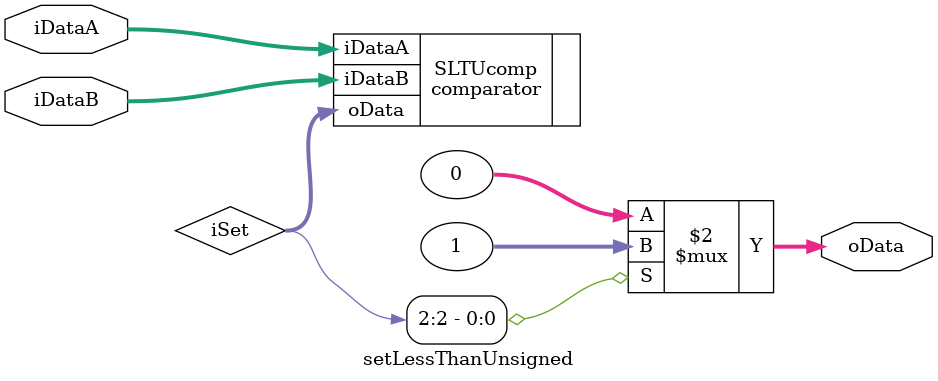
<source format=v>
/* verilator lint_off DECLFILENAME */
// /*
//     Module for the Set Less than Unisigned instruction
//     intakes input A and B
//     Uses the comparator to find relationship between A and B
//     Outputs oData, either 1 or 0
//         1 if A < B, 0 otherwise
// */
module setLessThanUnsigned (
    input [31:0] iDataA,
    input [31:0] iDataB,
    output [31:0] oData
  );
  /* verilator lint_off UNUSED */
  wire [2:0] iSet; // wire for A and B relationship
  /* verilator lint_on UNUSED */

  comparator SLTUcomp(
               .iDataA(iDataA),
               .iDataB(iDataB),
               .oData(iSet)
             );
  assign oData = (iSet[2] == 1) ? 32'b1 : 32'b0;
endmodule
/* verilator lint_on DECLFILENAME */

</source>
